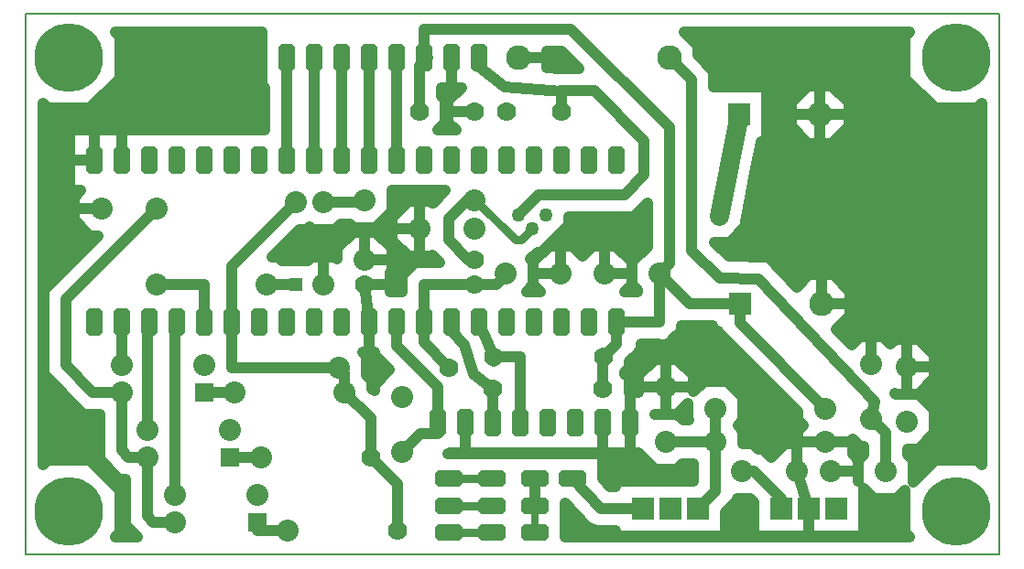
<source format=gbr>
G04 PROTEUS RS274X GERBER FILE*
%FSLAX45Y45*%
%MOMM*%
G01*
%ADD10C,1.016000*%
%ADD12C,0.635000*%
%ADD22C,1.778000*%
%ADD11C,0.762000*%
%ADD13C,1.270000*%
%ADD14C,1.016000*%
%AMDIL005*
4,1,8,
-0.762000,0.965200,-0.457200,1.270000,0.457200,1.270000,0.762000,0.965200,0.762000,-0.965200,
0.457200,-1.270000,-0.457200,-1.270000,-0.762000,-0.965200,-0.762000,0.965200,
0*%
%ADD15DIL005*%
%ADD16R,2.032000X2.032000*%
%ADD17C,2.032000*%
%ADD18C,2.286000*%
%ADD19R,1.270000X1.270000*%
%ADD70C,1.778000*%
%ADD71R,1.778000X1.778000*%
%ADD20C,6.350000*%
%AMDIL015*
4,1,8,
-1.270000,0.457200,-0.965200,0.762000,0.965200,0.762000,1.270000,0.457200,1.270000,-0.457200,
0.965200,-0.762000,-0.965200,-0.762000,-1.270000,-0.457200,-1.270000,0.457200,
0*%
%ADD23DIL015*%
%ADD21C,0.203200*%
%TD.AperFunction*%
G36*
X+5119434Y+4493199D02*
X+4941454Y+4493199D01*
X+4819699Y+4502870D01*
X+4819699Y+4656801D01*
X+4955832Y+4656801D01*
X+5119434Y+4493199D01*
G37*
G36*
X+2183401Y+4320601D02*
X+2208801Y+4320601D01*
X+2208801Y+3929399D01*
X+405401Y+3929399D01*
X+405401Y+3370601D01*
X+511392Y+3370601D01*
X+446001Y+3305210D01*
X+446001Y+3094790D01*
X+594790Y+2946001D01*
X+666635Y+2946001D01*
X+166801Y+2446167D01*
X+166801Y+1665833D01*
X+535833Y+1296801D01*
X+684801Y+1296801D01*
X+684801Y+877833D01*
X+865833Y+696801D01*
X+924801Y+696801D01*
X+924801Y+267833D01*
X+1030075Y+162559D01*
X+827097Y+162559D01*
X+869899Y+205361D01*
X+869899Y+594639D01*
X+594639Y+869899D01*
X+205361Y+869899D01*
X+162559Y+827097D01*
X+162559Y+4172903D01*
X+205361Y+4130101D01*
X+594639Y+4130101D01*
X+869899Y+4405361D01*
X+869899Y+4794639D01*
X+827097Y+4837441D01*
X+2183401Y+4837441D01*
X+2183401Y+4320601D01*
G37*
G36*
X+3906701Y+4199949D02*
X+3906701Y+4000051D01*
X+3977353Y+3929399D01*
X+3810647Y+3929399D01*
X+3881299Y+4000051D01*
X+3881299Y+4199949D01*
X+3843199Y+4238049D01*
X+3843199Y+4320601D01*
X+4027353Y+4320601D01*
X+3906701Y+4199949D01*
G37*
G36*
X+3766317Y+3253683D02*
X+3761922Y+3249288D01*
X+3747210Y+3263999D01*
X+3536790Y+3263999D01*
X+3388001Y+3115210D01*
X+3388001Y+2904790D01*
X+3536790Y+2756001D01*
X+3747210Y+2756001D01*
X+3761922Y+2770712D01*
X+3829435Y+2703199D01*
X+3597833Y+2703199D01*
X+3478801Y+2584167D01*
X+3478801Y+2429399D01*
X+3371299Y+2429399D01*
X+3371299Y+2599949D01*
X+3367228Y+2604020D01*
X+3387999Y+2624790D01*
X+3387999Y+2835210D01*
X+3239210Y+2983999D01*
X+3028790Y+2983999D01*
X+2880001Y+2835210D01*
X+2880001Y+2733208D01*
X+2859210Y+2753999D01*
X+2648790Y+2753999D01*
X+2610690Y+2715899D01*
X+2369310Y+2715899D01*
X+2331210Y+2753999D01*
X+2279365Y+2753999D01*
X+2533367Y+3008001D01*
X+2605210Y+3008001D01*
X+2627000Y+3029791D01*
X+2648790Y+3008001D01*
X+2859210Y+3008001D01*
X+2910010Y+3058801D01*
X+2995990Y+3058801D01*
X+3028790Y+3026001D01*
X+3239210Y+3026001D01*
X+3387999Y+3174790D01*
X+3387999Y+3370601D01*
X+3883235Y+3370601D01*
X+3766317Y+3253683D01*
G37*
G36*
X+5746801Y+2848010D02*
X+5604001Y+2705210D01*
X+5604001Y+2494790D01*
X+5654801Y+2443990D01*
X+5654801Y+2429399D01*
X+5538608Y+2429399D01*
X+5603999Y+2494790D01*
X+5603999Y+2705210D01*
X+5455210Y+2853999D01*
X+5244790Y+2853999D01*
X+5150000Y+2759209D01*
X+5055210Y+2853999D01*
X+4844790Y+2853999D01*
X+4696001Y+2705210D01*
X+4696001Y+2494790D01*
X+4761392Y+2429399D01*
X+4630608Y+2429399D01*
X+4695999Y+2494790D01*
X+4695999Y+2705210D01*
X+4668808Y+2732402D01*
X+4733507Y+2797101D01*
X+4769428Y+2797101D01*
X+4895899Y+2923572D01*
X+4895899Y+2924101D01*
X+4896428Y+2924101D01*
X+5022899Y+3050572D01*
X+5022899Y+3126801D01*
X+5624167Y+3126801D01*
X+5746801Y+3249435D01*
X+5746801Y+2848010D01*
G37*
G36*
X+6351001Y+2066001D02*
X+6401801Y+2066001D01*
X+6401801Y+2056833D01*
X+7142001Y+1316633D01*
X+7142001Y+1244790D01*
X+7191791Y+1195000D01*
X+7142001Y+1145210D01*
X+7142001Y+1023999D01*
X+7022790Y+1023999D01*
X+6893078Y+894288D01*
X+6814167Y+973199D01*
X+6776010Y+973199D01*
X+6725210Y+1023999D01*
X+6633999Y+1023999D01*
X+6633999Y+1145210D01*
X+6584209Y+1195000D01*
X+6633999Y+1244790D01*
X+6633999Y+1455210D01*
X+6485210Y+1603999D01*
X+6274790Y+1603999D01*
X+6173999Y+1503208D01*
X+6173999Y+1655210D01*
X+6025210Y+1803999D01*
X+5814790Y+1803999D01*
X+5666001Y+1655210D01*
X+5666001Y+1499399D01*
X+5577299Y+1499399D01*
X+5577299Y+1629949D01*
X+5539199Y+1668049D01*
X+5539199Y+1687951D01*
X+5581299Y+1730051D01*
X+5581299Y+1783933D01*
X+5663199Y+1865833D01*
X+5663199Y+1870601D01*
X+5688599Y+1870601D01*
X+5688599Y+1946801D01*
X+5850150Y+1946801D01*
X+5850150Y+1921067D01*
X+5891067Y+1880150D01*
X+5948933Y+1880150D01*
X+5989850Y+1921067D01*
X+5989850Y+1978933D01*
X+5982074Y+1986708D01*
X+6061199Y+2065833D01*
X+6061199Y+2116801D01*
X+6351001Y+2116801D01*
X+6351001Y+2066001D01*
G37*
G36*
X+3224801Y+1847832D02*
X+3366712Y+1705921D01*
X+3226001Y+1565210D01*
X+3226001Y+1511365D01*
X+3203999Y+1533367D01*
X+3203999Y+1605210D01*
X+3153999Y+1655210D01*
X+3153999Y+1835210D01*
X+3118608Y+1870601D01*
X+3224801Y+1870601D01*
X+3224801Y+1847832D01*
G37*
G36*
X+8130101Y+4794639D02*
X+8130101Y+4405361D01*
X+8405361Y+4130101D01*
X+8794639Y+4130101D01*
X+8837441Y+4172903D01*
X+8837441Y+827097D01*
X+8794639Y+869899D01*
X+8405361Y+869899D01*
X+8203999Y+668537D01*
X+8203999Y+875210D01*
X+8153199Y+926010D01*
X+8153199Y+976001D01*
X+8255210Y+976001D01*
X+8403999Y+1124790D01*
X+8403999Y+1335210D01*
X+8255210Y+1483999D01*
X+8044790Y+1483999D01*
X+8040541Y+1479750D01*
X+8036791Y+1492000D01*
X+8044790Y+1484001D01*
X+8255210Y+1484001D01*
X+8403999Y+1632790D01*
X+8403999Y+1843210D01*
X+8255210Y+1991999D01*
X+8044790Y+1991999D01*
X+7996000Y+1943209D01*
X+7925210Y+2013999D01*
X+7714790Y+2013999D01*
X+7636551Y+1935760D01*
X+7496287Y+2084118D01*
X+7621699Y+2209530D01*
X+7621699Y+2430470D01*
X+7465470Y+2586699D01*
X+7244530Y+2586699D01*
X+7129697Y+2471866D01*
X+6863968Y+2752932D01*
X+6500155Y+2757211D01*
X+6368665Y+2888701D01*
X+6509949Y+2888701D01*
X+6651299Y+3030051D01*
X+6741528Y+3526728D01*
X+6803367Y+3816001D01*
X+6848999Y+3816001D01*
X+6848999Y+4323999D01*
X+6363199Y+4323999D01*
X+6363199Y+4474167D01*
X+6216699Y+4620667D01*
X+6216699Y+4710470D01*
X+6089728Y+4837441D01*
X+8172903Y+4837441D01*
X+8130101Y+4794639D01*
G37*
%LPC*%
G36*
X+7078301Y+3959530D02*
X+7078301Y+4180470D01*
X+7234530Y+4336699D01*
X+7455470Y+4336699D01*
X+7611699Y+4180470D01*
X+7611699Y+3959530D01*
X+7455470Y+3803301D01*
X+7234530Y+3803301D01*
X+7078301Y+3959530D01*
G37*
%LPD*%
G36*
X+6126001Y+1244790D02*
X+6127592Y+1243199D01*
X+6078010Y+1243199D01*
X+6025210Y+1295999D01*
X+5818599Y+1295999D01*
X+5818599Y+1296001D01*
X+6025210Y+1296001D01*
X+6126001Y+1396792D01*
X+6126001Y+1244790D01*
G37*
G36*
X+7714790Y+998001D02*
X+7746801Y+998001D01*
X+7746801Y+926010D01*
X+7696001Y+875210D01*
X+7696001Y+673999D01*
X+7695999Y+673999D01*
X+7695999Y+875210D01*
X+7643209Y+928000D01*
X+7649999Y+934790D01*
X+7649999Y+1062792D01*
X+7714790Y+998001D01*
G37*
G36*
X+5666001Y+936790D02*
X+5814790Y+788001D01*
X+6025210Y+788001D01*
X+6074010Y+836801D01*
X+6176801Y+836801D01*
X+6176801Y+673999D01*
X+5452001Y+673999D01*
X+5452001Y+623199D01*
X+5406949Y+623199D01*
X+5339399Y+698840D01*
X+5339399Y+928599D01*
X+3907965Y+928599D01*
X+3919967Y+940601D01*
X+5666001Y+940601D01*
X+5666001Y+936790D01*
G37*
G36*
X+7844790Y+516001D02*
X+8055210Y+516001D01*
X+8130101Y+590892D01*
X+8130101Y+205361D01*
X+8172903Y+162559D01*
X+4989399Y+162559D01*
X+4989399Y+471401D01*
X+4990765Y+471401D01*
X+5194905Y+251311D01*
X+5273216Y+216801D01*
X+5452001Y+216801D01*
X+5452001Y+166001D01*
X+6467999Y+166001D01*
X+6467999Y+386633D01*
X+6583199Y+501833D01*
X+6583199Y+516001D01*
X+6696633Y+516001D01*
X+6732001Y+480633D01*
X+6732001Y+166001D01*
X+7747999Y+166001D01*
X+7747999Y+612792D01*
X+7844790Y+516001D01*
G37*
D10*
X+6214000Y+420000D02*
X+6380000Y+586000D01*
X+6380000Y+1040000D01*
X+6380000Y+1350000D01*
X+7950000Y+770000D02*
X+7950000Y+1122000D01*
X+7820000Y+1252000D01*
X+7396000Y+1350000D02*
X+6605000Y+2141000D01*
X+6605000Y+2320000D01*
X+6138000Y+2320000D01*
X+5858000Y+2600000D01*
X+4320000Y+1220000D02*
X+4320000Y+1530000D01*
X+3812000Y+1220000D02*
X+3812000Y+1547999D01*
X+3428000Y+1931999D01*
X+3428000Y+2150000D01*
X+3190000Y+900000D02*
X+3190000Y+1260000D01*
X+2950000Y+1500000D01*
X+2226000Y+2500000D02*
X+2500000Y+2500000D01*
X+888000Y+1754000D02*
X+888000Y+2150000D01*
X+1128000Y+1154000D02*
X+1128000Y+2136000D01*
X+1142000Y+2150000D01*
X+1378000Y+554000D02*
X+1378000Y+2132000D01*
X+1396000Y+2150000D01*
X+1650000Y+1500000D02*
X+1950000Y+1500000D01*
X+1960000Y+1510000D01*
X+1934000Y+1500000D01*
X+1890000Y+900000D02*
X+2174000Y+900000D01*
X+3480000Y+952000D02*
X+3648000Y+1120000D01*
X+3812000Y+1120000D01*
X+3812000Y+1220000D01*
X+2950000Y+1500000D02*
X+2950000Y+1680000D01*
X+2900000Y+1730000D01*
X+5336000Y+1530000D02*
X+5336000Y+1826000D01*
X+5340000Y+1830000D01*
X+5460000Y+1950000D01*
X+5460000Y+2150000D01*
X+4574000Y+1220000D02*
X+4574000Y+1830000D01*
X+4324000Y+1830000D01*
X+4324000Y+1790000D02*
X+4324000Y+1800000D01*
X+4324000Y+1830000D01*
X+4320000Y+1530000D02*
X+4140000Y+1670000D01*
X+4060000Y+1940001D01*
X+3936000Y+2064001D01*
X+3936000Y+2150000D01*
X+1210000Y+2500000D02*
X+1650000Y+2500000D01*
X+1650000Y+2150000D01*
X+2412000Y+4600000D02*
X+2412000Y+3650000D01*
X+2666000Y+4600000D02*
X+2666000Y+3650000D01*
X+2920000Y+4600000D02*
X+2920000Y+3650000D01*
X+3174000Y+4600000D02*
X+3174000Y+3650000D01*
X+3428000Y+4600000D02*
X+3428000Y+3650000D01*
X+2754000Y+3262000D02*
X+3116000Y+3262000D01*
X+3134000Y+3280000D01*
X+6380000Y+1040000D02*
X+5922000Y+1040000D01*
X+5920000Y+1042000D01*
X+1904000Y+2150000D02*
X+1904000Y+2666000D01*
X+2500000Y+3262000D01*
X+2900000Y+1730000D02*
X+1904000Y+1730000D01*
X+1904000Y+2150000D01*
X+3916000Y+1730000D02*
X+3682000Y+1964000D01*
X+3682000Y+2150000D01*
X+4553000Y+3140000D02*
X+4743000Y+3330000D01*
X+5540000Y+3330000D01*
X+5720000Y+3510000D01*
X+5720000Y+3830001D01*
X+5260001Y+4290000D01*
X+4950000Y+4290000D01*
X+4710000Y+450000D02*
X+4710000Y+700000D01*
D12*
X+4710000Y+450000D02*
X+4710000Y+200000D01*
D10*
X+6986000Y+420000D02*
X+6986000Y+514000D01*
X+6730000Y+770000D01*
X+6620000Y+770000D01*
X+5060000Y+700000D02*
X+5316000Y+420000D01*
X+5706000Y+420000D01*
X+888000Y+1500000D02*
X+620000Y+1500000D01*
X+370000Y+1750000D01*
X+370000Y+2362000D01*
X+1208000Y+3200000D01*
X+1378000Y+300000D02*
X+1180000Y+300000D01*
X+1128000Y+352000D01*
X+1128000Y+900000D01*
X+950000Y+900000D01*
X+888000Y+962000D01*
X+888000Y+1500000D01*
X+4150000Y+3280000D02*
X+4080000Y+3280000D01*
X+3910000Y+3110000D01*
X+3910000Y+2910000D01*
X+4090000Y+2730000D01*
X+4150000Y+2730000D01*
X+4324000Y+1830000D02*
X+4260000Y+1990000D01*
X+4190000Y+2141398D01*
X+4190000Y+2150000D01*
D22*
X+6410000Y+3130000D02*
X+6595000Y+4070000D01*
D10*
X+7820000Y+1252000D02*
X+7847185Y+1417194D01*
X+6775472Y+2550760D01*
X+6415000Y+2555000D01*
X+6160000Y+2810000D01*
X+6160000Y+4390000D01*
X+5950000Y+4600000D01*
X+5858000Y+2600000D02*
X+5950000Y+2692000D01*
X+5950000Y+3949999D01*
X+5039999Y+4860000D01*
X+3682000Y+4860000D01*
X+3682000Y+4600000D01*
D11*
X+4680000Y+3013000D02*
X+4578401Y+2911401D01*
X+4528598Y+2911401D01*
X+4159997Y+3280002D01*
X+4150000Y+3280000D01*
D10*
X+4442000Y+2600000D02*
X+4442000Y+2590000D01*
X+4352000Y+2500000D01*
X+4146000Y+2500000D01*
X+3682000Y+2150000D02*
X+3682000Y+2500000D01*
X+4146000Y+2500000D01*
X+3640000Y+4100000D02*
X+3640000Y+4518000D01*
X+3722000Y+4600000D01*
X+3682000Y+4600000D01*
X+4958000Y+4282000D02*
X+4430000Y+4330000D01*
X+4190000Y+4510000D01*
X+4190000Y+4600000D01*
X+4958000Y+4100000D02*
X+4958000Y+4282000D01*
X+4950000Y+4290000D01*
X+3440000Y+220000D02*
X+3440000Y+650000D01*
X+3190000Y+900000D01*
X+2140000Y+300000D02*
X+2140000Y+220000D01*
X+2424000Y+220000D01*
D11*
X+3910000Y+200000D02*
X+4310000Y+200000D01*
X+3910000Y+450000D02*
X+4310000Y+450000D01*
X+3910000Y+700000D02*
X+4310000Y+700000D01*
D10*
X+5460000Y+2150000D02*
X+5858000Y+2150000D01*
X+5858000Y+2600000D01*
D11*
X+5920000Y+1550000D02*
X+5920000Y+1950000D01*
D10*
X+7240000Y+420000D02*
X+7128000Y+770000D01*
X+3174000Y+2150000D02*
X+3130000Y+2500000D01*
D13*
X+6410000Y+3130000D03*
X+3910000Y+200000D03*
X+3910000Y+450000D03*
X+3910000Y+700000D03*
X+4310000Y+200000D03*
X+4310000Y+450000D03*
X+4310000Y+700000D03*
X+4710000Y+700000D03*
X+4710000Y+450000D03*
X+4710000Y+200000D03*
X+5060000Y+700000D03*
D14*
X+5920000Y+1950000D03*
D10*
X+5119434Y+4493199D02*
X+4941454Y+4493199D01*
X+4819699Y+4502870D01*
X+4819699Y+4656801D01*
X+4955832Y+4656801D01*
X+5119434Y+4493199D01*
X+2183401Y+4320601D02*
X+2208801Y+4320601D01*
X+2208801Y+3929399D01*
X+405401Y+3929399D01*
X+405401Y+3370601D01*
X+511392Y+3370601D01*
X+446001Y+3305210D01*
X+446001Y+3094790D01*
X+594790Y+2946001D01*
X+666635Y+2946001D01*
X+166801Y+2446167D01*
X+166801Y+1665833D01*
X+535833Y+1296801D01*
X+684801Y+1296801D01*
X+684801Y+877833D01*
X+865833Y+696801D01*
X+924801Y+696801D01*
X+924801Y+267833D01*
X+1030075Y+162559D01*
X+827097Y+162559D01*
X+869899Y+205361D01*
X+869899Y+594639D01*
X+594639Y+869899D01*
X+205361Y+869899D01*
X+162559Y+827097D01*
X+162559Y+4172903D01*
X+205361Y+4130101D01*
X+594639Y+4130101D01*
X+869899Y+4405361D01*
X+869899Y+4794639D01*
X+827097Y+4837441D01*
X+2183401Y+4837441D01*
X+2183401Y+4320601D01*
X+3906701Y+4199949D02*
X+3906701Y+4000051D01*
X+3977353Y+3929399D01*
X+3810647Y+3929399D01*
X+3881299Y+4000051D01*
X+3881299Y+4199949D01*
X+3843199Y+4238049D01*
X+3843199Y+4320601D01*
X+4027353Y+4320601D01*
X+3906701Y+4199949D01*
X+3766317Y+3253683D02*
X+3761922Y+3249288D01*
X+3747210Y+3263999D01*
X+3536790Y+3263999D01*
X+3388001Y+3115210D01*
X+3388001Y+2904790D01*
X+3536790Y+2756001D01*
X+3747210Y+2756001D01*
X+3761922Y+2770712D01*
X+3829435Y+2703199D01*
X+3597833Y+2703199D01*
X+3478801Y+2584167D01*
X+3478801Y+2429399D01*
X+3371299Y+2429399D01*
X+3371299Y+2599949D01*
X+3367228Y+2604020D01*
X+3387999Y+2624790D01*
X+3387999Y+2835210D01*
X+3239210Y+2983999D01*
X+3028790Y+2983999D01*
X+2880001Y+2835210D01*
X+2880001Y+2733208D01*
X+2859210Y+2753999D01*
X+2648790Y+2753999D01*
X+2610690Y+2715899D01*
X+2369310Y+2715899D01*
X+2331210Y+2753999D01*
X+2279365Y+2753999D01*
X+2533367Y+3008001D01*
X+2605210Y+3008001D01*
X+2627000Y+3029791D01*
X+2648790Y+3008001D01*
X+2859210Y+3008001D01*
X+2910010Y+3058801D01*
X+2995990Y+3058801D01*
X+3028790Y+3026001D01*
X+3239210Y+3026001D01*
X+3387999Y+3174790D01*
X+3387999Y+3370601D01*
X+3883235Y+3370601D01*
X+3766317Y+3253683D01*
X+5746801Y+2848010D02*
X+5604001Y+2705210D01*
X+5604001Y+2494790D01*
X+5654801Y+2443990D01*
X+5654801Y+2429399D01*
X+5538608Y+2429399D01*
X+5603999Y+2494790D01*
X+5603999Y+2705210D01*
X+5455210Y+2853999D01*
X+5244790Y+2853999D01*
X+5150000Y+2759209D01*
X+5055210Y+2853999D01*
X+4844790Y+2853999D01*
X+4696001Y+2705210D01*
X+4696001Y+2494790D01*
X+4761392Y+2429399D01*
X+4630608Y+2429399D01*
X+4695999Y+2494790D01*
X+4695999Y+2705210D01*
X+4668808Y+2732402D01*
X+4733507Y+2797101D01*
X+4769428Y+2797101D01*
X+4895899Y+2923572D01*
X+4895899Y+2924101D01*
X+4896428Y+2924101D01*
X+5022899Y+3050572D01*
X+5022899Y+3126801D01*
X+5624167Y+3126801D01*
X+5746801Y+3249435D01*
X+5746801Y+2848010D01*
X+6351001Y+2066001D02*
X+6401801Y+2066001D01*
X+6401801Y+2056833D01*
X+7142001Y+1316633D01*
X+7142001Y+1244790D01*
X+7191791Y+1195000D01*
X+7142001Y+1145210D01*
X+7142001Y+1023999D01*
X+7022790Y+1023999D01*
X+6893078Y+894288D01*
X+6814167Y+973199D01*
X+6776010Y+973199D01*
X+6725210Y+1023999D01*
X+6633999Y+1023999D01*
X+6633999Y+1145210D01*
X+6584209Y+1195000D01*
X+6633999Y+1244790D01*
X+6633999Y+1455210D01*
X+6485210Y+1603999D01*
X+6274790Y+1603999D01*
X+6173999Y+1503208D01*
X+6173999Y+1655210D01*
X+6025210Y+1803999D01*
X+5814790Y+1803999D01*
X+5666001Y+1655210D01*
X+5666001Y+1499399D01*
X+5577299Y+1499399D01*
X+5577299Y+1629949D01*
X+5539199Y+1668049D01*
X+5539199Y+1687951D01*
X+5581299Y+1730051D01*
X+5581299Y+1783933D01*
X+5663199Y+1865833D01*
X+5663199Y+1870601D01*
X+5688599Y+1870601D01*
X+5688599Y+1946801D01*
X+5850150Y+1946801D01*
X+5850150Y+1921067D01*
X+5891067Y+1880150D01*
X+5948933Y+1880150D01*
X+5989850Y+1921067D01*
X+5989850Y+1978933D01*
X+5982074Y+1986708D01*
X+6061199Y+2065833D01*
X+6061199Y+2116801D01*
X+6351001Y+2116801D01*
X+6351001Y+2066001D01*
X+3224801Y+1847832D02*
X+3366712Y+1705921D01*
X+3226001Y+1565210D01*
X+3226001Y+1511365D01*
X+3203999Y+1533367D01*
X+3203999Y+1605210D01*
X+3153999Y+1655210D01*
X+3153999Y+1835210D01*
X+3118608Y+1870601D01*
X+3224801Y+1870601D01*
X+3224801Y+1847832D01*
X+8130101Y+4794639D02*
X+8130101Y+4405361D01*
X+8405361Y+4130101D01*
X+8794639Y+4130101D01*
X+8837441Y+4172903D01*
X+8837441Y+827097D01*
X+8794639Y+869899D01*
X+8405361Y+869899D01*
X+8203999Y+668537D01*
X+8203999Y+875210D01*
X+8153199Y+926010D01*
X+8153199Y+976001D01*
X+8255210Y+976001D01*
X+8403999Y+1124790D01*
X+8403999Y+1335210D01*
X+8255210Y+1483999D01*
X+8044790Y+1483999D01*
X+8040541Y+1479750D01*
X+8036791Y+1492000D01*
X+8044790Y+1484001D01*
X+8255210Y+1484001D01*
X+8403999Y+1632790D01*
X+8403999Y+1843210D01*
X+8255210Y+1991999D01*
X+8044790Y+1991999D01*
X+7996000Y+1943209D01*
X+7925210Y+2013999D01*
X+7714790Y+2013999D01*
X+7636551Y+1935760D01*
X+7496287Y+2084118D01*
X+7621699Y+2209530D01*
X+7621699Y+2430470D01*
X+7465470Y+2586699D01*
X+7244530Y+2586699D01*
X+7129697Y+2471866D01*
X+6863968Y+2752932D01*
X+6500155Y+2757211D01*
X+6368665Y+2888701D01*
X+6509949Y+2888701D01*
X+6651299Y+3030051D01*
X+6741528Y+3526728D01*
X+6803367Y+3816001D01*
X+6848999Y+3816001D01*
X+6848999Y+4323999D01*
X+6363199Y+4323999D01*
X+6363199Y+4474167D01*
X+6216699Y+4620667D01*
X+6216699Y+4710470D01*
X+6089728Y+4837441D01*
X+8172903Y+4837441D01*
X+8130101Y+4794639D01*
X+7078301Y+3959530D02*
X+7078301Y+4180470D01*
X+7234530Y+4336699D01*
X+7455470Y+4336699D01*
X+7611699Y+4180470D01*
X+7611699Y+3959530D01*
X+7455470Y+3803301D01*
X+7234530Y+3803301D01*
X+7078301Y+3959530D01*
X+6126001Y+1244790D02*
X+6127592Y+1243199D01*
X+6078010Y+1243199D01*
X+6025210Y+1295999D01*
X+5818599Y+1295999D01*
X+5818599Y+1296001D01*
X+6025210Y+1296001D01*
X+6126001Y+1396792D01*
X+6126001Y+1244790D01*
X+7714790Y+998001D02*
X+7746801Y+998001D01*
X+7746801Y+926010D01*
X+7696001Y+875210D01*
X+7696001Y+673999D01*
X+7695999Y+673999D01*
X+7695999Y+875210D01*
X+7643209Y+928000D01*
X+7649999Y+934790D01*
X+7649999Y+1062792D01*
X+7714790Y+998001D01*
X+5666001Y+936790D02*
X+5814790Y+788001D01*
X+6025210Y+788001D01*
X+6074010Y+836801D01*
X+6176801Y+836801D01*
X+6176801Y+673999D01*
X+5452001Y+673999D01*
X+5452001Y+623199D01*
X+5406949Y+623199D01*
X+5339399Y+698840D01*
X+5339399Y+928599D01*
X+3907965Y+928599D01*
X+3919967Y+940601D01*
X+5666001Y+940601D01*
X+5666001Y+936790D01*
X+7844790Y+516001D02*
X+8055210Y+516001D01*
X+8130101Y+590892D01*
X+8130101Y+205361D01*
X+8172903Y+162559D01*
X+4989399Y+162559D01*
X+4989399Y+471401D01*
X+4990765Y+471401D01*
X+5194905Y+251311D01*
X+5273216Y+216801D01*
X+5452001Y+216801D01*
X+5452001Y+166001D01*
X+6467999Y+166001D01*
X+6467999Y+386633D01*
X+6583199Y+501833D01*
X+6583199Y+516001D01*
X+6696633Y+516001D01*
X+6732001Y+480633D01*
X+6732001Y+166001D01*
X+7747999Y+166001D01*
X+7747999Y+612792D01*
X+7844790Y+516001D01*
X+888000Y+3929399D02*
X+888000Y+3650000D01*
X+405401Y+3650000D02*
X+634000Y+3650000D01*
X+634000Y+3929399D02*
X+634000Y+3650000D01*
X+3174000Y+1870601D02*
X+3174000Y+2150000D01*
X+3936000Y+4320601D02*
X+3936000Y+4600000D01*
X+5590000Y+1499399D02*
X+5590000Y+1220000D01*
X+5590000Y+940601D02*
X+5590000Y+1220000D01*
X+5336000Y+940601D02*
X+5336000Y+1220000D01*
X+4066000Y+940601D02*
X+4066000Y+1220000D01*
X+7240000Y+166001D02*
X+7240000Y+420000D01*
X+7142001Y+1040000D02*
X+7396000Y+1040000D01*
X+7649999Y+1040000D02*
X+7396000Y+1040000D01*
X+7820000Y+2013999D02*
X+7820000Y+1760000D01*
X+7695999Y+770000D02*
X+7442000Y+770000D01*
X+5666001Y+1550000D02*
X+5920000Y+1550000D01*
X+6173999Y+1550000D02*
X+5920000Y+1550000D01*
X+5920000Y+1296001D02*
X+5920000Y+1550000D01*
X+5920000Y+1803999D02*
X+5920000Y+1550000D01*
X+7621699Y+2320000D02*
X+7355000Y+2320000D01*
X+7355000Y+2586699D02*
X+7355000Y+2320000D01*
X+7078301Y+4070000D02*
X+7345000Y+4070000D01*
X+7611699Y+4070000D02*
X+7345000Y+4070000D01*
X+7345000Y+3803301D02*
X+7345000Y+4070000D01*
X+7345000Y+4336699D02*
X+7345000Y+4070000D01*
X+4819699Y+4600000D02*
X+4553000Y+4600000D01*
X+8403999Y+1738000D02*
X+8150000Y+1738000D01*
X+8150000Y+1484001D02*
X+8150000Y+1738000D01*
X+8150000Y+1991999D02*
X+8150000Y+1738000D01*
X+7128000Y+1023999D02*
X+7128000Y+770000D01*
X+5603999Y+2600000D02*
X+5350000Y+2600000D01*
X+5350000Y+2853999D02*
X+5350000Y+2600000D01*
X+446001Y+3200000D02*
X+700000Y+3200000D01*
X+2754000Y+2753999D02*
X+2754000Y+2500000D01*
X+3387999Y+2730000D02*
X+3134000Y+2730000D01*
X+3134000Y+2983999D02*
X+3134000Y+2730000D01*
X+3371299Y+2500000D02*
X+3130000Y+2500000D01*
X+4696001Y+2600000D02*
X+4950000Y+2600000D01*
X+4950000Y+2853999D02*
X+4950000Y+2600000D01*
X+3388001Y+3010000D02*
X+3642000Y+3010000D01*
X+3642000Y+2756001D02*
X+3642000Y+3010000D01*
X+3642000Y+3263999D02*
X+3642000Y+3010000D01*
X+3906701Y+4100000D02*
X+4148000Y+4100000D01*
D15*
X+5460000Y+3650000D03*
X+5206000Y+3650000D03*
X+4952000Y+3650000D03*
X+4698000Y+3650000D03*
X+4444000Y+3650000D03*
X+4190000Y+3650000D03*
X+3936000Y+3650000D03*
X+3682000Y+3650000D03*
X+3428000Y+3650000D03*
X+3174000Y+3650000D03*
X+2920000Y+3650000D03*
X+2666000Y+3650000D03*
X+2412000Y+3650000D03*
X+2158000Y+3650000D03*
X+1904000Y+3650000D03*
X+1650000Y+3650000D03*
X+1396000Y+3650000D03*
X+1142000Y+3650000D03*
X+888000Y+3650000D03*
X+634000Y+3650000D03*
X+5460000Y+2150000D03*
X+5206000Y+2150000D03*
X+4952000Y+2150000D03*
X+4698000Y+2150000D03*
X+4444000Y+2150000D03*
X+4190000Y+2150000D03*
X+3936000Y+2150000D03*
X+3682000Y+2150000D03*
X+3428000Y+2150000D03*
X+3174000Y+2150000D03*
X+2920000Y+2150000D03*
X+2666000Y+2150000D03*
X+2412000Y+2150000D03*
X+2158000Y+2150000D03*
X+1904000Y+2150000D03*
X+1650000Y+2150000D03*
X+1396000Y+2150000D03*
X+1142000Y+2150000D03*
X+888000Y+2150000D03*
X+634000Y+2150000D03*
X+4190000Y+4600000D03*
X+3936000Y+4600000D03*
X+3682000Y+4600000D03*
X+3428000Y+4600000D03*
X+3174000Y+4600000D03*
X+2920000Y+4600000D03*
X+2666000Y+4600000D03*
X+2412000Y+4600000D03*
X+5590000Y+1220000D03*
X+5336000Y+1220000D03*
X+5082000Y+1220000D03*
X+4828000Y+1220000D03*
X+4574000Y+1220000D03*
X+4320000Y+1220000D03*
X+4066000Y+1220000D03*
X+3812000Y+1220000D03*
D16*
X+7494000Y+420000D03*
X+7240000Y+420000D03*
X+6986000Y+420000D03*
X+6214000Y+420000D03*
X+5960000Y+420000D03*
X+5706000Y+420000D03*
D17*
X+6380000Y+1040000D03*
X+7396000Y+1040000D03*
X+7396000Y+1350000D03*
X+6380000Y+1350000D03*
X+1210000Y+2500000D03*
X+2226000Y+2500000D03*
X+7820000Y+1760000D03*
X+7820000Y+1252000D03*
X+7950000Y+770000D03*
X+7442000Y+770000D03*
X+5920000Y+1550000D03*
X+5920000Y+1042000D03*
D16*
X+6605000Y+2320000D03*
D18*
X+7355000Y+2320000D03*
D16*
X+6595000Y+4070000D03*
D18*
X+7345000Y+4070000D03*
X+4553000Y+4600000D03*
X+5950000Y+4600000D03*
D17*
X+8150000Y+1230000D03*
X+8150000Y+1738000D03*
X+6620000Y+770000D03*
X+7128000Y+770000D03*
X+5350000Y+2600000D03*
X+5858000Y+2600000D03*
X+700000Y+3200000D03*
X+1208000Y+3200000D03*
D19*
X+2500000Y+2500000D03*
D17*
X+2754000Y+2500000D03*
X+2754000Y+3262000D03*
X+2500000Y+3262000D03*
X+4150000Y+3280000D03*
X+3134000Y+3280000D03*
X+3134000Y+2730000D03*
D70*
X+4150000Y+2730000D03*
D13*
X+4553000Y+3140000D03*
X+4680000Y+3013000D03*
X+4807000Y+3140000D03*
D70*
X+3130000Y+2500000D03*
X+4146000Y+2500000D03*
D17*
X+4950000Y+2600000D03*
X+4442000Y+2600000D03*
X+4150000Y+3010000D03*
X+3642000Y+3010000D03*
X+3480000Y+952000D03*
X+3480000Y+1460000D03*
D70*
X+3640000Y+4100000D03*
X+4148000Y+4100000D03*
D71*
X+1650000Y+1500000D03*
D17*
X+1650000Y+1754000D03*
X+888000Y+1754000D03*
X+888000Y+1500000D03*
D71*
X+1890000Y+900000D03*
D17*
X+1890000Y+1154000D03*
X+1128000Y+1154000D03*
X+1128000Y+900000D03*
D71*
X+2140000Y+300000D03*
D17*
X+2140000Y+554000D03*
X+1378000Y+554000D03*
X+1378000Y+300000D03*
X+2950000Y+1500000D03*
X+1934000Y+1500000D03*
D70*
X+3190000Y+900000D03*
D17*
X+2174000Y+900000D03*
D70*
X+3440000Y+220000D03*
D17*
X+2424000Y+220000D03*
D70*
X+3916000Y+1730000D03*
D17*
X+2900000Y+1730000D03*
D70*
X+5336000Y+1530000D03*
X+4320000Y+1530000D03*
X+5340000Y+1830000D03*
X+4324000Y+1830000D03*
D20*
X+400000Y+400000D03*
X+400000Y+4600000D03*
X+8600000Y+4600000D03*
X+8600000Y+400000D03*
D23*
X+4710000Y+200000D03*
X+4710000Y+450000D03*
X+4710000Y+700000D03*
X+4310000Y+700000D03*
X+4310000Y+450000D03*
X+4310000Y+200000D03*
X+3910000Y+200000D03*
X+3910000Y+450000D03*
X+3910000Y+700000D03*
D70*
X+4450000Y+4100000D03*
X+4958000Y+4100000D03*
D23*
X+5060000Y+700000D03*
D21*
X+0Y+0D02*
X+9000000Y+0D01*
X+9000000Y+5000000D01*
X+0Y+5000000D01*
X+0Y+0D01*
M02*

</source>
